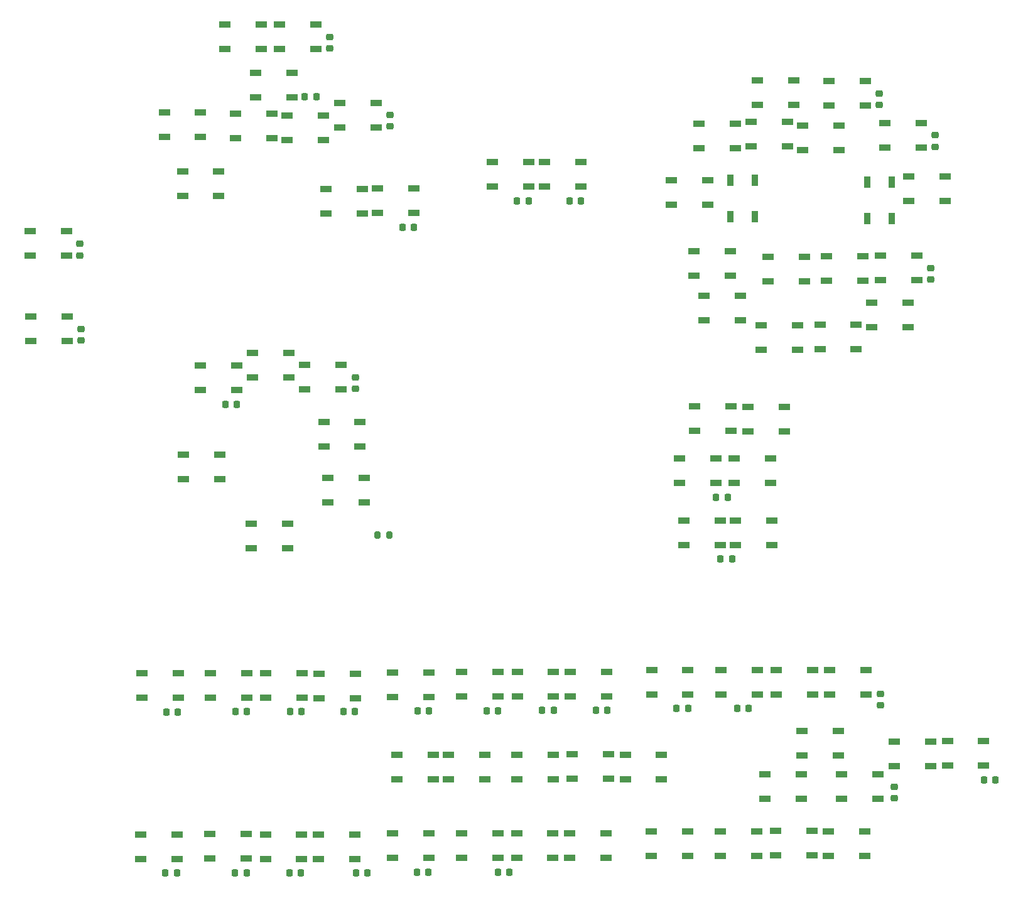
<source format=gbr>
%TF.GenerationSoftware,KiCad,Pcbnew,(6.0.9)*%
%TF.CreationDate,2023-04-01T14:06:34-08:00*%
%TF.ProjectId,KY-58 PANEL,4b592d35-3820-4504-914e-454c2e6b6963,3*%
%TF.SameCoordinates,Original*%
%TF.FileFunction,Paste,Top*%
%TF.FilePolarity,Positive*%
%FSLAX46Y46*%
G04 Gerber Fmt 4.6, Leading zero omitted, Abs format (unit mm)*
G04 Created by KiCad (PCBNEW (6.0.9)) date 2023-04-01 14:06:34*
%MOMM*%
%LPD*%
G01*
G04 APERTURE LIST*
G04 Aperture macros list*
%AMRoundRect*
0 Rectangle with rounded corners*
0 $1 Rounding radius*
0 $2 $3 $4 $5 $6 $7 $8 $9 X,Y pos of 4 corners*
0 Add a 4 corners polygon primitive as box body*
4,1,4,$2,$3,$4,$5,$6,$7,$8,$9,$2,$3,0*
0 Add four circle primitives for the rounded corners*
1,1,$1+$1,$2,$3*
1,1,$1+$1,$4,$5*
1,1,$1+$1,$6,$7*
1,1,$1+$1,$8,$9*
0 Add four rect primitives between the rounded corners*
20,1,$1+$1,$2,$3,$4,$5,0*
20,1,$1+$1,$4,$5,$6,$7,0*
20,1,$1+$1,$6,$7,$8,$9,0*
20,1,$1+$1,$8,$9,$2,$3,0*%
G04 Aperture macros list end*
%ADD10R,1.500000X0.900000*%
%ADD11RoundRect,0.200000X0.200000X0.275000X-0.200000X0.275000X-0.200000X-0.275000X0.200000X-0.275000X0*%
%ADD12RoundRect,0.225000X-0.250000X0.225000X-0.250000X-0.225000X0.250000X-0.225000X0.250000X0.225000X0*%
%ADD13RoundRect,0.225000X0.250000X-0.225000X0.250000X0.225000X-0.250000X0.225000X-0.250000X-0.225000X0*%
%ADD14RoundRect,0.225000X0.225000X0.250000X-0.225000X0.250000X-0.225000X-0.250000X0.225000X-0.250000X0*%
%ADD15RoundRect,0.225000X-0.225000X-0.250000X0.225000X-0.250000X0.225000X0.250000X-0.225000X0.250000X0*%
%ADD16R,0.900000X1.500000*%
G04 APERTURE END LIST*
D10*
%TO.C,D63*%
X83362800Y-73508400D03*
X83362800Y-76808400D03*
X88262800Y-76808400D03*
X88262800Y-73508400D03*
%TD*%
%TO.C,D2*%
X83263400Y-62053000D03*
X83263400Y-65353000D03*
X88163400Y-65353000D03*
X88163400Y-62053000D03*
%TD*%
%TO.C,D3*%
X101375000Y-45975000D03*
X101375000Y-49275000D03*
X106275000Y-49275000D03*
X106275000Y-45975000D03*
%TD*%
%TO.C,D4*%
X109578000Y-34163800D03*
X109578000Y-37463800D03*
X114478000Y-37463800D03*
X114478000Y-34163800D03*
%TD*%
%TO.C,D5*%
X116942000Y-34163800D03*
X116942000Y-37463800D03*
X121842000Y-37463800D03*
X121842000Y-34163800D03*
%TD*%
%TO.C,D6*%
X113665000Y-40640800D03*
X113665000Y-43940800D03*
X118565000Y-43940800D03*
X118565000Y-40640800D03*
%TD*%
%TO.C,D7*%
X125021000Y-44704800D03*
X125021000Y-48004800D03*
X129921000Y-48004800D03*
X129921000Y-44704800D03*
%TD*%
%TO.C,D8*%
X130101000Y-56287200D03*
X130101000Y-59587200D03*
X135001000Y-59587200D03*
X135001000Y-56287200D03*
%TD*%
%TO.C,D9*%
X145595000Y-52731400D03*
X145595000Y-56031400D03*
X150495000Y-56031400D03*
X150495000Y-52731400D03*
%TD*%
%TO.C,D10*%
X152642000Y-52706000D03*
X152642000Y-56006000D03*
X157542000Y-56006000D03*
X157542000Y-52706000D03*
%TD*%
%TO.C,D11*%
X181319000Y-41707800D03*
X181319000Y-45007800D03*
X186219000Y-45007800D03*
X186219000Y-41707800D03*
%TD*%
%TO.C,D12*%
X191000000Y-41775000D03*
X191000000Y-45075000D03*
X195900000Y-45075000D03*
X195900000Y-41775000D03*
%TD*%
%TO.C,D13*%
X198550000Y-47427000D03*
X198550000Y-50727000D03*
X203450000Y-50727000D03*
X203450000Y-47427000D03*
%TD*%
%TO.C,D14*%
X201752000Y-54651600D03*
X201752000Y-57951600D03*
X206652000Y-57951600D03*
X206652000Y-54651600D03*
%TD*%
%TO.C,D15*%
X197905000Y-65329800D03*
X197905000Y-68629800D03*
X202805000Y-68629800D03*
X202805000Y-65329800D03*
%TD*%
%TO.C,D16*%
X196751000Y-71705400D03*
X196751000Y-75005400D03*
X201651000Y-75005400D03*
X201651000Y-71705400D03*
%TD*%
%TO.C,D17*%
X189766000Y-74626000D03*
X189766000Y-77926000D03*
X194666000Y-77926000D03*
X194666000Y-74626000D03*
%TD*%
%TO.C,D18*%
X181864000Y-74702200D03*
X181864000Y-78002200D03*
X186764000Y-78002200D03*
X186764000Y-74702200D03*
%TD*%
%TO.C,D19*%
X174170000Y-70714400D03*
X174170000Y-74014400D03*
X179070000Y-74014400D03*
X179070000Y-70714400D03*
%TD*%
%TO.C,D20*%
X172825000Y-64700000D03*
X172825000Y-68000000D03*
X177725000Y-68000000D03*
X177725000Y-64700000D03*
%TD*%
%TO.C,D21*%
X169724000Y-55149400D03*
X169724000Y-58449400D03*
X174624000Y-58449400D03*
X174624000Y-55149400D03*
%TD*%
%TO.C,D22*%
X173459000Y-47575000D03*
X173459000Y-50875000D03*
X178359000Y-50875000D03*
X178359000Y-47575000D03*
%TD*%
%TO.C,D23*%
X106274000Y-80112400D03*
X106274000Y-83412400D03*
X111174000Y-83412400D03*
X111174000Y-80112400D03*
%TD*%
%TO.C,D24*%
X113298000Y-78461600D03*
X113298000Y-81761600D03*
X118198000Y-81761600D03*
X118198000Y-78461600D03*
%TD*%
%TO.C,D25*%
X120322000Y-80087000D03*
X120322000Y-83387000D03*
X125222000Y-83387000D03*
X125222000Y-80087000D03*
%TD*%
%TO.C,D26*%
X172900000Y-85649600D03*
X172900000Y-88949600D03*
X177800000Y-88949600D03*
X177800000Y-85649600D03*
%TD*%
%TO.C,D27*%
X170843000Y-92685400D03*
X170843000Y-95985400D03*
X175743000Y-95985400D03*
X175743000Y-92685400D03*
%TD*%
%TO.C,D28*%
X171401000Y-101017000D03*
X171401000Y-104317000D03*
X176301000Y-104317000D03*
X176301000Y-101017000D03*
%TD*%
%TO.C,D29*%
X98337000Y-121642000D03*
X98337000Y-124942000D03*
X103237000Y-124942000D03*
X103237000Y-121642000D03*
%TD*%
%TO.C,D30*%
X107634000Y-121642000D03*
X107634000Y-124942000D03*
X112534000Y-124942000D03*
X112534000Y-121642000D03*
%TD*%
%TO.C,D31*%
X115039000Y-121591000D03*
X115039000Y-124891000D03*
X119939000Y-124891000D03*
X119939000Y-121591000D03*
%TD*%
%TO.C,D32*%
X122227000Y-121667000D03*
X122227000Y-124967000D03*
X127127000Y-124967000D03*
X127127000Y-121667000D03*
%TD*%
%TO.C,D33*%
X132184000Y-121514000D03*
X132184000Y-124814000D03*
X137084000Y-124814000D03*
X137084000Y-121514000D03*
%TD*%
%TO.C,D34*%
X141492000Y-121438000D03*
X141492000Y-124738000D03*
X146392000Y-124738000D03*
X146392000Y-121438000D03*
%TD*%
%TO.C,D35*%
X148959000Y-121438000D03*
X148959000Y-124738000D03*
X153859000Y-124738000D03*
X153859000Y-121438000D03*
%TD*%
%TO.C,D36*%
X156134000Y-121438000D03*
X156134000Y-124738000D03*
X161034000Y-124738000D03*
X161034000Y-121438000D03*
%TD*%
%TO.C,D37*%
X167081000Y-121210000D03*
X167081000Y-124510000D03*
X171981000Y-124510000D03*
X171981000Y-121210000D03*
%TD*%
%TO.C,D38*%
X176442000Y-121184000D03*
X176442000Y-124484000D03*
X181342000Y-124484000D03*
X181342000Y-121184000D03*
%TD*%
%TO.C,D39*%
X183859000Y-121210000D03*
X183859000Y-124510000D03*
X188759000Y-124510000D03*
X188759000Y-121210000D03*
%TD*%
%TO.C,D40*%
X191047000Y-121210000D03*
X191047000Y-124510000D03*
X195947000Y-124510000D03*
X195947000Y-121210000D03*
%TD*%
%TO.C,D41*%
X132766000Y-132640000D03*
X132766000Y-135940000D03*
X137666000Y-135940000D03*
X137666000Y-132640000D03*
%TD*%
%TO.C,D42*%
X139688000Y-132640000D03*
X139688000Y-135940000D03*
X144588000Y-135940000D03*
X144588000Y-132640000D03*
%TD*%
%TO.C,D43*%
X148909000Y-132589000D03*
X148909000Y-135889000D03*
X153809000Y-135889000D03*
X153809000Y-132589000D03*
%TD*%
%TO.C,D44*%
X156351000Y-132564000D03*
X156351000Y-135864000D03*
X161251000Y-135864000D03*
X161251000Y-132564000D03*
%TD*%
%TO.C,D45*%
X163525000Y-132589000D03*
X163525000Y-135889000D03*
X168425000Y-135889000D03*
X168425000Y-132589000D03*
%TD*%
%TO.C,D46*%
X182335000Y-135256000D03*
X182335000Y-138556000D03*
X187235000Y-138556000D03*
X187235000Y-135256000D03*
%TD*%
%TO.C,D47*%
X187339000Y-129439000D03*
X187339000Y-132739000D03*
X192239000Y-132739000D03*
X192239000Y-129439000D03*
%TD*%
%TO.C,D48*%
X192724000Y-135281000D03*
X192724000Y-138581000D03*
X197624000Y-138581000D03*
X197624000Y-135281000D03*
%TD*%
%TO.C,D49*%
X199773000Y-130811000D03*
X199773000Y-134111000D03*
X204673000Y-134111000D03*
X204673000Y-130811000D03*
%TD*%
%TO.C,D50*%
X206959000Y-130785000D03*
X206959000Y-134085000D03*
X211859000Y-134085000D03*
X211859000Y-130785000D03*
%TD*%
%TO.C,D51*%
X98224000Y-143359000D03*
X98224000Y-146659000D03*
X103124000Y-146659000D03*
X103124000Y-143359000D03*
%TD*%
%TO.C,D52*%
X107544000Y-143333000D03*
X107544000Y-146633000D03*
X112444000Y-146633000D03*
X112444000Y-143333000D03*
%TD*%
%TO.C,D53*%
X115011000Y-143358000D03*
X115011000Y-146658000D03*
X119911000Y-146658000D03*
X119911000Y-143358000D03*
%TD*%
%TO.C,D54*%
X122149000Y-143384000D03*
X122149000Y-146684000D03*
X127049000Y-146684000D03*
X127049000Y-143384000D03*
%TD*%
%TO.C,D55*%
X132131000Y-143231000D03*
X132131000Y-146531000D03*
X137031000Y-146531000D03*
X137031000Y-143231000D03*
%TD*%
%TO.C,D56*%
X141453000Y-143206000D03*
X141453000Y-146506000D03*
X146353000Y-146506000D03*
X146353000Y-143206000D03*
%TD*%
%TO.C,D57*%
X148872000Y-143181000D03*
X148872000Y-146481000D03*
X153772000Y-146481000D03*
X153772000Y-143181000D03*
%TD*%
%TO.C,D58*%
X156060000Y-143206000D03*
X156060000Y-146506000D03*
X160960000Y-146506000D03*
X160960000Y-143206000D03*
%TD*%
%TO.C,D59*%
X167030000Y-142952000D03*
X167030000Y-146252000D03*
X171930000Y-146252000D03*
X171930000Y-142952000D03*
%TD*%
%TO.C,D60*%
X176378000Y-142927000D03*
X176378000Y-146227000D03*
X181278000Y-146227000D03*
X181278000Y-142927000D03*
%TD*%
%TO.C,D61*%
X183820000Y-142876000D03*
X183820000Y-146176000D03*
X188720000Y-146176000D03*
X188720000Y-142876000D03*
%TD*%
%TO.C,D62*%
X190895000Y-142952000D03*
X190895000Y-146252000D03*
X195795000Y-146252000D03*
X195795000Y-142952000D03*
%TD*%
D11*
%TO.C,R1*%
X131737000Y-102997000D03*
X130087000Y-102997000D03*
%TD*%
D12*
%TO.C,C4*%
X199810000Y-136922500D03*
X199810000Y-138472500D03*
%TD*%
D13*
%TO.C,C5*%
X197917000Y-125936000D03*
X197917000Y-124386000D03*
%TD*%
D14*
%TO.C,C6*%
X213422500Y-136000000D03*
X211872500Y-136000000D03*
%TD*%
D15*
%TO.C,C7*%
X170437500Y-126400000D03*
X171987500Y-126400000D03*
%TD*%
%TO.C,C8*%
X125512500Y-126800000D03*
X127062500Y-126800000D03*
%TD*%
D14*
%TO.C,C9*%
X177912500Y-106210000D03*
X176362500Y-106210000D03*
%TD*%
%TO.C,C10*%
X177337500Y-97900000D03*
X175787500Y-97900000D03*
%TD*%
D12*
%TO.C,C12*%
X205280000Y-49087500D03*
X205280000Y-50637500D03*
%TD*%
%TO.C,C13*%
X197765000Y-43472500D03*
X197765000Y-45022500D03*
%TD*%
D15*
%TO.C,C14*%
X109607500Y-85360000D03*
X111157500Y-85360000D03*
%TD*%
D14*
%TO.C,C3*%
X147912500Y-148430000D03*
X146362500Y-148430000D03*
%TD*%
%TO.C,C2*%
X128792500Y-148570000D03*
X127242500Y-148570000D03*
%TD*%
D12*
%TO.C,C11*%
X204730000Y-66982500D03*
X204730000Y-68532500D03*
%TD*%
%TO.C,C16*%
X123650000Y-35837500D03*
X123650000Y-37387500D03*
%TD*%
%TO.C,C17*%
X131775000Y-46362500D03*
X131775000Y-47912500D03*
%TD*%
D14*
%TO.C,C18*%
X121875000Y-43900000D03*
X120325000Y-43900000D03*
%TD*%
D15*
%TO.C,C19*%
X148937500Y-57925000D03*
X150487500Y-57925000D03*
%TD*%
%TO.C,C20*%
X155987500Y-57925000D03*
X157537500Y-57925000D03*
%TD*%
D12*
%TO.C,C21*%
X90125000Y-75212500D03*
X90125000Y-76762500D03*
%TD*%
%TO.C,C22*%
X90000000Y-63737500D03*
X90000000Y-65287500D03*
%TD*%
%TO.C,C23*%
X127175000Y-81737500D03*
X127175000Y-83287500D03*
%TD*%
D15*
%TO.C,C24*%
X101637500Y-126900000D03*
X103187500Y-126900000D03*
%TD*%
%TO.C,C25*%
X110937500Y-126800000D03*
X112487500Y-126800000D03*
%TD*%
%TO.C,C26*%
X152337500Y-126600000D03*
X153887500Y-126600000D03*
%TD*%
%TO.C,C27*%
X159537500Y-126600000D03*
X161087500Y-126600000D03*
%TD*%
%TO.C,C28*%
X118337500Y-126800000D03*
X119887500Y-126800000D03*
%TD*%
%TO.C,C29*%
X135537500Y-126700000D03*
X137087500Y-126700000D03*
%TD*%
%TO.C,C30*%
X178637500Y-126400000D03*
X180187500Y-126400000D03*
%TD*%
%TO.C,C32*%
X144837500Y-126700000D03*
X146387500Y-126700000D03*
%TD*%
%TO.C,C33*%
X118247500Y-148530000D03*
X119797500Y-148530000D03*
%TD*%
%TO.C,C34*%
X135417500Y-148430000D03*
X136967500Y-148430000D03*
%TD*%
%TO.C,C35*%
X110917500Y-148570000D03*
X112467500Y-148570000D03*
%TD*%
%TO.C,C15*%
X133462500Y-61500000D03*
X135012500Y-61500000D03*
%TD*%
%TO.C,C31*%
X101517500Y-148520000D03*
X103067500Y-148520000D03*
%TD*%
D10*
%TO.C,D64*%
X103825000Y-53950000D03*
X103825000Y-57250000D03*
X108725000Y-57250000D03*
X108725000Y-53950000D03*
%TD*%
%TO.C,D65*%
X111000000Y-46175000D03*
X111000000Y-49475000D03*
X115900000Y-49475000D03*
X115900000Y-46175000D03*
%TD*%
%TO.C,D66*%
X117950000Y-46450000D03*
X117950000Y-49750000D03*
X122850000Y-49750000D03*
X122850000Y-46450000D03*
%TD*%
%TO.C,D67*%
X123150000Y-56325000D03*
X123150000Y-59625000D03*
X128050000Y-59625000D03*
X128050000Y-56325000D03*
%TD*%
%TO.C,D68*%
X180500000Y-47275000D03*
X180500000Y-50575000D03*
X185400000Y-50575000D03*
X185400000Y-47275000D03*
%TD*%
%TO.C,D69*%
X187425000Y-47775000D03*
X187425000Y-51075000D03*
X192325000Y-51075000D03*
X192325000Y-47775000D03*
%TD*%
D16*
%TO.C,D70*%
X196150000Y-60350000D03*
X199450000Y-60350000D03*
X199450000Y-55450000D03*
X196150000Y-55450000D03*
%TD*%
D10*
%TO.C,D71*%
X190650000Y-65425000D03*
X190650000Y-68725000D03*
X195550000Y-68725000D03*
X195550000Y-65425000D03*
%TD*%
%TO.C,D72*%
X182800000Y-65475000D03*
X182800000Y-68775000D03*
X187700000Y-68775000D03*
X187700000Y-65475000D03*
%TD*%
D16*
%TO.C,D73*%
X181025000Y-55125000D03*
X177725000Y-55125000D03*
X177725000Y-60025000D03*
X181025000Y-60025000D03*
%TD*%
D10*
%TO.C,D74*%
X180050000Y-85725000D03*
X180050000Y-89025000D03*
X184950000Y-89025000D03*
X184950000Y-85725000D03*
%TD*%
%TO.C,D75*%
X178200000Y-92700000D03*
X178200000Y-96000000D03*
X183100000Y-96000000D03*
X183100000Y-92700000D03*
%TD*%
%TO.C,D76*%
X178400000Y-101050000D03*
X178400000Y-104350000D03*
X183300000Y-104350000D03*
X183300000Y-101050000D03*
%TD*%
%TO.C,D77*%
X122875000Y-87775000D03*
X122875000Y-91075000D03*
X127775000Y-91075000D03*
X127775000Y-87775000D03*
%TD*%
%TO.C,D78*%
X123425000Y-95325000D03*
X123425000Y-98625000D03*
X128325000Y-98625000D03*
X128325000Y-95325000D03*
%TD*%
%TO.C,D79*%
X113125000Y-101475000D03*
X113125000Y-104775000D03*
X118025000Y-104775000D03*
X118025000Y-101475000D03*
%TD*%
%TO.C,D80*%
X103975000Y-92175000D03*
X103975000Y-95475000D03*
X108875000Y-95475000D03*
X108875000Y-92175000D03*
%TD*%
M02*

</source>
